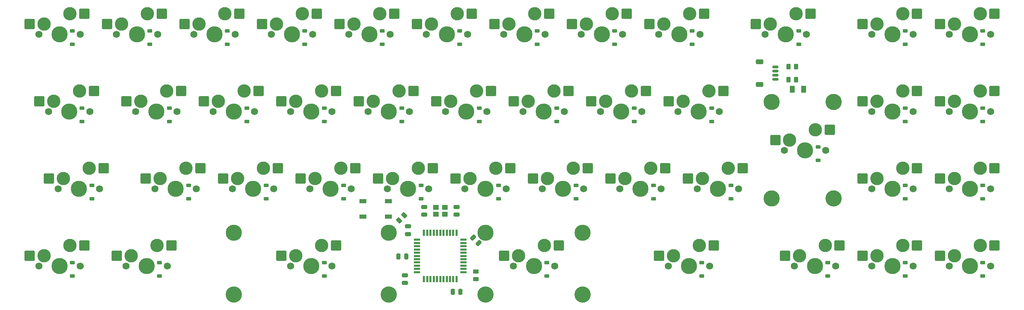
<source format=gbr>
%TF.GenerationSoftware,KiCad,Pcbnew,7.0.6*%
%TF.CreationDate,2023-07-09T11:59:42+02:00*%
%TF.ProjectId,cursed-scandinavian-iso-van,63757273-6564-42d7-9363-616e64696e61,rev?*%
%TF.SameCoordinates,Original*%
%TF.FileFunction,Soldermask,Bot*%
%TF.FilePolarity,Negative*%
%FSLAX46Y46*%
G04 Gerber Fmt 4.6, Leading zero omitted, Abs format (unit mm)*
G04 Created by KiCad (PCBNEW 7.0.6) date 2023-07-09 11:59:42*
%MOMM*%
%LPD*%
G01*
G04 APERTURE LIST*
G04 Aperture macros list*
%AMRoundRect*
0 Rectangle with rounded corners*
0 $1 Rounding radius*
0 $2 $3 $4 $5 $6 $7 $8 $9 X,Y pos of 4 corners*
0 Add a 4 corners polygon primitive as box body*
4,1,4,$2,$3,$4,$5,$6,$7,$8,$9,$2,$3,0*
0 Add four circle primitives for the rounded corners*
1,1,$1+$1,$2,$3*
1,1,$1+$1,$4,$5*
1,1,$1+$1,$6,$7*
1,1,$1+$1,$8,$9*
0 Add four rect primitives between the rounded corners*
20,1,$1+$1,$2,$3,$4,$5,0*
20,1,$1+$1,$4,$5,$6,$7,0*
20,1,$1+$1,$6,$7,$8,$9,0*
20,1,$1+$1,$8,$9,$2,$3,0*%
G04 Aperture macros list end*
%ADD10C,3.987800*%
%ADD11C,4.000000*%
%ADD12C,1.750000*%
%ADD13C,3.300000*%
%ADD14RoundRect,0.250000X1.025000X1.000000X-1.025000X1.000000X-1.025000X-1.000000X1.025000X-1.000000X0*%
%ADD15R,1.400000X1.200000*%
%ADD16R,1.500000X0.550000*%
%ADD17R,0.550000X1.500000*%
%ADD18R,1.700000X1.000000*%
%ADD19RoundRect,0.250000X-0.450000X0.262500X-0.450000X-0.262500X0.450000X-0.262500X0.450000X0.262500X0*%
%ADD20RoundRect,0.250000X-0.262500X-0.450000X0.262500X-0.450000X0.262500X0.450000X-0.262500X0.450000X0*%
%ADD21RoundRect,0.250000X0.132583X-0.503814X0.503814X-0.132583X-0.132583X0.503814X-0.503814X0.132583X0*%
%ADD22RoundRect,0.150000X0.625000X-0.150000X0.625000X0.150000X-0.625000X0.150000X-0.625000X-0.150000X0*%
%ADD23RoundRect,0.250000X0.650000X-0.350000X0.650000X0.350000X-0.650000X0.350000X-0.650000X-0.350000X0*%
%ADD24RoundRect,0.250000X-0.375000X-0.625000X0.375000X-0.625000X0.375000X0.625000X-0.375000X0.625000X0*%
%ADD25RoundRect,0.225000X0.375000X-0.225000X0.375000X0.225000X-0.375000X0.225000X-0.375000X-0.225000X0*%
%ADD26RoundRect,0.250000X-0.475000X0.250000X-0.475000X-0.250000X0.475000X-0.250000X0.475000X0.250000X0*%
%ADD27RoundRect,0.250000X0.250000X0.475000X-0.250000X0.475000X-0.250000X-0.475000X0.250000X-0.475000X0*%
%ADD28RoundRect,0.250000X0.475000X-0.250000X0.475000X0.250000X-0.475000X0.250000X-0.475000X-0.250000X0*%
%ADD29RoundRect,0.250000X0.512652X0.159099X0.159099X0.512652X-0.512652X-0.159099X-0.159099X-0.512652X0*%
G04 APERTURE END LIST*
D10*
%TO.C,S3*%
X208438750Y-50006250D03*
X208438750Y-73818750D03*
D11*
X223678750Y-50006250D03*
X223678750Y-73818750D03*
%TD*%
D12*
%TO.C,MX37*%
X59848750Y-90487500D03*
D10*
X54768750Y-90487500D03*
D12*
X49688750Y-90487500D03*
D13*
X50958750Y-87947500D03*
D14*
X47408750Y-87947500D03*
X60858750Y-85407500D03*
D13*
X57308750Y-85407500D03*
%TD*%
D12*
%TO.C,MX40*%
X193198750Y-90487500D03*
D10*
X188118750Y-90487500D03*
D12*
X183038750Y-90487500D03*
D13*
X184308750Y-87947500D03*
D14*
X180758750Y-87947500D03*
X194208750Y-85407500D03*
D13*
X190658750Y-85407500D03*
%TD*%
D10*
%TO.C,S2*%
X138112500Y-82232500D03*
D11*
X161925000Y-97472500D03*
D10*
X161925000Y-82232500D03*
D11*
X138112500Y-97472500D03*
%TD*%
D10*
%TO.C,S1*%
X76200000Y-82232500D03*
D11*
X76200000Y-97472500D03*
D10*
X114300000Y-82232500D03*
D11*
X114300000Y-97472500D03*
%TD*%
D15*
%TO.C,Y1*%
X128100000Y-77687501D03*
X125900000Y-77687501D03*
X125900000Y-75987501D03*
X128100000Y-75987501D03*
%TD*%
D16*
%TO.C,U1*%
X121268750Y-91962500D03*
X121268750Y-91162500D03*
X121268750Y-90362500D03*
X121268750Y-89562500D03*
X121268750Y-88762500D03*
X121268750Y-87962500D03*
X121268750Y-87162500D03*
X121268750Y-86362500D03*
X121268750Y-85562500D03*
X121268750Y-84762500D03*
X121268750Y-83962500D03*
D17*
X122968750Y-82262500D03*
X123768750Y-82262500D03*
X124568750Y-82262500D03*
X125368750Y-82262500D03*
X126168750Y-82262500D03*
X126968750Y-82262500D03*
X127768750Y-82262500D03*
X128568750Y-82262500D03*
X129368750Y-82262500D03*
X130168750Y-82262500D03*
X130968750Y-82262500D03*
D16*
X132668750Y-83962500D03*
X132668750Y-84762500D03*
X132668750Y-85562500D03*
X132668750Y-86362500D03*
X132668750Y-87162500D03*
X132668750Y-87962500D03*
X132668750Y-88762500D03*
X132668750Y-89562500D03*
X132668750Y-90362500D03*
X132668750Y-91162500D03*
X132668750Y-91962500D03*
D17*
X130968750Y-93662500D03*
X130168750Y-93662500D03*
X129368750Y-93662500D03*
X128568750Y-93662500D03*
X127768750Y-93662500D03*
X126968750Y-93662500D03*
X126168750Y-93662500D03*
X125368750Y-93662500D03*
X124568750Y-93662500D03*
X123768750Y-93662500D03*
X122968750Y-93662500D03*
%TD*%
D18*
%TO.C,SW1*%
X114249999Y-74493749D03*
X107949999Y-74493749D03*
X107949999Y-78293749D03*
X114249999Y-78293749D03*
%TD*%
D19*
%TO.C,R4*%
X135731250Y-91837500D03*
X135731250Y-93662500D03*
%TD*%
D20*
%TO.C,R3*%
X212606250Y-44450000D03*
X214431250Y-44450000D03*
%TD*%
%TO.C,R2*%
X212606250Y-41275000D03*
X214431250Y-41275000D03*
%TD*%
D21*
%TO.C,R1*%
X116829765Y-79226485D03*
X118120235Y-77936015D03*
%TD*%
D12*
%TO.C,MX43*%
X262255000Y-90487500D03*
D10*
X257175000Y-90487500D03*
D12*
X252095000Y-90487500D03*
D13*
X253365000Y-87947500D03*
D14*
X249815000Y-87947500D03*
X263265000Y-85407500D03*
D13*
X259715000Y-85407500D03*
%TD*%
D12*
%TO.C,MX42*%
X243205000Y-90487500D03*
D10*
X238125000Y-90487500D03*
D12*
X233045000Y-90487500D03*
D13*
X234315000Y-87947500D03*
D14*
X230765000Y-87947500D03*
X244215000Y-85407500D03*
D13*
X240665000Y-85407500D03*
%TD*%
D12*
%TO.C,MX41*%
X224155000Y-90487500D03*
D10*
X219075000Y-90487500D03*
D12*
X213995000Y-90487500D03*
D13*
X215265000Y-87947500D03*
D14*
X211715000Y-87947500D03*
X225165000Y-85407500D03*
D13*
X221615000Y-85407500D03*
%TD*%
D12*
%TO.C,MX39*%
X155098750Y-90487500D03*
D10*
X150018750Y-90487500D03*
D12*
X144938750Y-90487500D03*
D13*
X146208750Y-87947500D03*
D14*
X142658750Y-87947500D03*
X156108750Y-85407500D03*
D13*
X152558750Y-85407500D03*
%TD*%
D12*
%TO.C,MX38*%
X100330000Y-90487500D03*
D10*
X95250000Y-90487500D03*
D12*
X90170000Y-90487500D03*
D13*
X91440000Y-87947500D03*
D14*
X87890000Y-87947500D03*
X101340000Y-85407500D03*
D13*
X97790000Y-85407500D03*
%TD*%
D12*
%TO.C,MX36*%
X38417500Y-90487500D03*
D10*
X33337500Y-90487500D03*
D12*
X28257500Y-90487500D03*
D13*
X29527500Y-87947500D03*
D14*
X25977500Y-87947500D03*
X39427500Y-85407500D03*
D13*
X35877500Y-85407500D03*
%TD*%
D12*
%TO.C,MX35*%
X262255000Y-71437500D03*
D10*
X257175000Y-71437500D03*
D12*
X252095000Y-71437500D03*
D13*
X253365000Y-68897500D03*
D14*
X249815000Y-68897500D03*
X263265000Y-66357500D03*
D13*
X259715000Y-66357500D03*
%TD*%
D12*
%TO.C,MX34*%
X243205000Y-71437500D03*
D10*
X238125000Y-71437500D03*
D12*
X233045000Y-71437500D03*
D13*
X234315000Y-68897500D03*
D14*
X230765000Y-68897500D03*
X244215000Y-66357500D03*
D13*
X240665000Y-66357500D03*
%TD*%
D12*
%TO.C,MX33*%
X200342500Y-71437500D03*
D10*
X195262500Y-71437500D03*
D12*
X190182500Y-71437500D03*
D13*
X191452500Y-68897500D03*
D14*
X187902500Y-68897500D03*
X201352500Y-66357500D03*
D13*
X197802500Y-66357500D03*
%TD*%
D12*
%TO.C,MX32*%
X181292500Y-71437500D03*
D10*
X176212500Y-71437500D03*
D12*
X171132500Y-71437500D03*
D13*
X172402500Y-68897500D03*
D14*
X168852500Y-68897500D03*
X182302500Y-66357500D03*
D13*
X178752500Y-66357500D03*
%TD*%
D12*
%TO.C,MX31*%
X162242500Y-71437500D03*
D10*
X157162500Y-71437500D03*
D12*
X152082500Y-71437500D03*
D13*
X153352500Y-68897500D03*
D14*
X149802500Y-68897500D03*
X163252500Y-66357500D03*
D13*
X159702500Y-66357500D03*
%TD*%
D12*
%TO.C,MX30*%
X143192500Y-71437500D03*
D10*
X138112500Y-71437500D03*
D12*
X133032500Y-71437500D03*
D13*
X134302500Y-68897500D03*
D14*
X130752500Y-68897500D03*
X144202500Y-66357500D03*
D13*
X140652500Y-66357500D03*
%TD*%
D12*
%TO.C,MX29*%
X124142500Y-71437500D03*
D10*
X119062500Y-71437500D03*
D12*
X113982500Y-71437500D03*
D13*
X115252500Y-68897500D03*
D14*
X111702500Y-68897500D03*
X125152500Y-66357500D03*
D13*
X121602500Y-66357500D03*
%TD*%
D12*
%TO.C,MX28*%
X105092500Y-71437500D03*
D10*
X100012500Y-71437500D03*
D12*
X94932500Y-71437500D03*
D13*
X96202500Y-68897500D03*
D14*
X92652500Y-68897500D03*
X106102500Y-66357500D03*
D13*
X102552500Y-66357500D03*
%TD*%
D12*
%TO.C,MX27*%
X86042500Y-71437500D03*
D10*
X80962500Y-71437500D03*
D12*
X75882500Y-71437500D03*
D13*
X77152500Y-68897500D03*
D14*
X73602500Y-68897500D03*
X87052500Y-66357500D03*
D13*
X83502500Y-66357500D03*
%TD*%
D12*
%TO.C,MX26*%
X66992500Y-71437500D03*
D10*
X61912500Y-71437500D03*
D12*
X56832500Y-71437500D03*
D13*
X58102500Y-68897500D03*
D14*
X54552500Y-68897500D03*
X68002500Y-66357500D03*
D13*
X64452500Y-66357500D03*
%TD*%
D12*
%TO.C,MX25*%
X43180000Y-71437500D03*
D10*
X38100000Y-71437500D03*
D12*
X33020000Y-71437500D03*
D13*
X34290000Y-68897500D03*
D14*
X30740000Y-68897500D03*
X44190000Y-66357500D03*
D13*
X40640000Y-66357500D03*
%TD*%
D12*
%TO.C,MX24*%
X262255000Y-52387500D03*
D10*
X257175000Y-52387500D03*
D12*
X252095000Y-52387500D03*
D13*
X253365000Y-49847500D03*
D14*
X249815000Y-49847500D03*
X263265000Y-47307500D03*
D13*
X259715000Y-47307500D03*
%TD*%
D12*
%TO.C,MX23*%
X243205000Y-52387500D03*
D10*
X238125000Y-52387500D03*
D12*
X233045000Y-52387500D03*
D13*
X234315000Y-49847500D03*
D14*
X230765000Y-49847500D03*
X244215000Y-47307500D03*
D13*
X240665000Y-47307500D03*
%TD*%
D12*
%TO.C,MX22*%
X221773750Y-61912500D03*
D10*
X216693750Y-61912500D03*
D12*
X211613750Y-61912500D03*
D13*
X212883750Y-59372500D03*
D14*
X209333750Y-59372500D03*
X222783750Y-56832500D03*
D13*
X219233750Y-56832500D03*
%TD*%
D12*
%TO.C,MX21*%
X195580000Y-52387500D03*
D10*
X190500000Y-52387500D03*
D12*
X185420000Y-52387500D03*
D13*
X186690000Y-49847500D03*
D14*
X183140000Y-49847500D03*
X196590000Y-47307500D03*
D13*
X193040000Y-47307500D03*
%TD*%
D12*
%TO.C,MX20*%
X176530000Y-52387500D03*
D10*
X171450000Y-52387500D03*
D12*
X166370000Y-52387500D03*
D13*
X167640000Y-49847500D03*
D14*
X164090000Y-49847500D03*
X177540000Y-47307500D03*
D13*
X173990000Y-47307500D03*
%TD*%
D12*
%TO.C,MX19*%
X157480000Y-52387500D03*
D10*
X152400000Y-52387500D03*
D12*
X147320000Y-52387500D03*
D13*
X148590000Y-49847500D03*
D14*
X145040000Y-49847500D03*
X158490000Y-47307500D03*
D13*
X154940000Y-47307500D03*
%TD*%
D12*
%TO.C,MX18*%
X138430000Y-52387500D03*
D10*
X133350000Y-52387500D03*
D12*
X128270000Y-52387500D03*
D13*
X129540000Y-49847500D03*
D14*
X125990000Y-49847500D03*
X139440000Y-47307500D03*
D13*
X135890000Y-47307500D03*
%TD*%
D12*
%TO.C,MX17*%
X119380000Y-52387500D03*
D10*
X114300000Y-52387500D03*
D12*
X109220000Y-52387500D03*
D13*
X110490000Y-49847500D03*
D14*
X106940000Y-49847500D03*
X120390000Y-47307500D03*
D13*
X116840000Y-47307500D03*
%TD*%
D12*
%TO.C,MX16*%
X100330000Y-52387500D03*
D10*
X95250000Y-52387500D03*
D12*
X90170000Y-52387500D03*
D13*
X91440000Y-49847500D03*
D14*
X87890000Y-49847500D03*
X101340000Y-47307500D03*
D13*
X97790000Y-47307500D03*
%TD*%
D12*
%TO.C,MX15*%
X81280000Y-52387500D03*
D10*
X76200000Y-52387500D03*
D12*
X71120000Y-52387500D03*
D13*
X72390000Y-49847500D03*
D14*
X68840000Y-49847500D03*
X82290000Y-47307500D03*
D13*
X78740000Y-47307500D03*
%TD*%
D12*
%TO.C,MX14*%
X62230000Y-52387500D03*
D10*
X57150000Y-52387500D03*
D12*
X52070000Y-52387500D03*
D13*
X53340000Y-49847500D03*
D14*
X49790000Y-49847500D03*
X63240000Y-47307500D03*
D13*
X59690000Y-47307500D03*
%TD*%
D12*
%TO.C,MX13*%
X40798750Y-52387500D03*
D10*
X35718750Y-52387500D03*
D12*
X30638750Y-52387500D03*
D13*
X31908750Y-49847500D03*
D14*
X28358750Y-49847500D03*
X41808750Y-47307500D03*
D13*
X38258750Y-47307500D03*
%TD*%
D12*
%TO.C,MX12*%
X262255000Y-33337500D03*
D10*
X257175000Y-33337500D03*
D12*
X252095000Y-33337500D03*
D13*
X253365000Y-30797500D03*
D14*
X249815000Y-30797500D03*
X263265000Y-28257500D03*
D13*
X259715000Y-28257500D03*
%TD*%
D12*
%TO.C,MX11*%
X243205000Y-33337500D03*
D10*
X238125000Y-33337500D03*
D12*
X233045000Y-33337500D03*
D13*
X234315000Y-30797500D03*
D14*
X230765000Y-30797500D03*
X244215000Y-28257500D03*
D13*
X240665000Y-28257500D03*
%TD*%
D12*
%TO.C,MX10*%
X217011250Y-33337500D03*
D10*
X211931250Y-33337500D03*
D12*
X206851250Y-33337500D03*
D13*
X208121250Y-30797500D03*
D14*
X204571250Y-30797500D03*
X218021250Y-28257500D03*
D13*
X214471250Y-28257500D03*
%TD*%
D12*
%TO.C,MX9*%
X190817500Y-33337500D03*
D10*
X185737500Y-33337500D03*
D12*
X180657500Y-33337500D03*
D13*
X181927500Y-30797500D03*
D14*
X178377500Y-30797500D03*
X191827500Y-28257500D03*
D13*
X188277500Y-28257500D03*
%TD*%
D12*
%TO.C,MX8*%
X171767500Y-33337500D03*
D10*
X166687500Y-33337500D03*
D12*
X161607500Y-33337500D03*
D13*
X162877500Y-30797500D03*
D14*
X159327500Y-30797500D03*
X172777500Y-28257500D03*
D13*
X169227500Y-28257500D03*
%TD*%
D12*
%TO.C,MX7*%
X152717500Y-33337500D03*
D10*
X147637500Y-33337500D03*
D12*
X142557500Y-33337500D03*
D13*
X143827500Y-30797500D03*
D14*
X140277500Y-30797500D03*
X153727500Y-28257500D03*
D13*
X150177500Y-28257500D03*
%TD*%
D12*
%TO.C,MX6*%
X133667500Y-33337500D03*
D10*
X128587500Y-33337500D03*
D12*
X123507500Y-33337500D03*
D13*
X124777500Y-30797500D03*
D14*
X121227500Y-30797500D03*
X134677500Y-28257500D03*
D13*
X131127500Y-28257500D03*
%TD*%
D12*
%TO.C,MX5*%
X114617500Y-33337500D03*
D10*
X109537500Y-33337500D03*
D12*
X104457500Y-33337500D03*
D13*
X105727500Y-30797500D03*
D14*
X102177500Y-30797500D03*
X115627500Y-28257500D03*
D13*
X112077500Y-28257500D03*
%TD*%
D12*
%TO.C,MX4*%
X95567500Y-33337500D03*
D10*
X90487500Y-33337500D03*
D12*
X85407500Y-33337500D03*
D13*
X86677500Y-30797500D03*
D14*
X83127500Y-30797500D03*
X96577500Y-28257500D03*
D13*
X93027500Y-28257500D03*
%TD*%
D12*
%TO.C,MX3*%
X76517500Y-33337500D03*
D10*
X71437500Y-33337500D03*
D12*
X66357500Y-33337500D03*
D13*
X67627500Y-30797500D03*
D14*
X64077500Y-30797500D03*
X77527500Y-28257500D03*
D13*
X73977500Y-28257500D03*
%TD*%
D12*
%TO.C,MX2*%
X57467500Y-33337500D03*
D10*
X52387500Y-33337500D03*
D12*
X47307500Y-33337500D03*
D13*
X48577500Y-30797500D03*
D14*
X45027500Y-30797500D03*
X58477500Y-28257500D03*
D13*
X54927500Y-28257500D03*
%TD*%
D12*
%TO.C,MX1*%
X38417500Y-33337500D03*
D10*
X33337500Y-33337500D03*
D12*
X28257500Y-33337500D03*
D13*
X29527500Y-30797500D03*
D14*
X25977500Y-30797500D03*
X39427500Y-28257500D03*
D13*
X35877500Y-28257500D03*
%TD*%
D22*
%TO.C,J1*%
X209356250Y-44362500D03*
X209356250Y-43362500D03*
X209356250Y-42362500D03*
X209356250Y-41362500D03*
D23*
X205481250Y-40062500D03*
X205481250Y-45662500D03*
%TD*%
D24*
%TO.C,F1*%
X213518750Y-46831250D03*
X216318750Y-46831250D03*
%TD*%
D25*
%TO.C,D43*%
X260350000Y-92931250D03*
X260350000Y-89631250D03*
%TD*%
%TO.C,D42*%
X241300000Y-92931250D03*
X241300000Y-89631250D03*
%TD*%
%TO.C,D41*%
X222250000Y-92931250D03*
X222250000Y-89631250D03*
%TD*%
%TO.C,D40*%
X191293750Y-92931250D03*
X191293750Y-89631250D03*
%TD*%
%TO.C,D39*%
X153193750Y-92931250D03*
X153193750Y-89631250D03*
%TD*%
%TO.C,D38*%
X98425000Y-92931250D03*
X98425000Y-89631250D03*
%TD*%
%TO.C,D37*%
X57943750Y-92931250D03*
X57943750Y-89631250D03*
%TD*%
%TO.C,D36*%
X36512500Y-92931250D03*
X36512500Y-89631250D03*
%TD*%
%TO.C,D35*%
X260350000Y-73881250D03*
X260350000Y-70581250D03*
%TD*%
%TO.C,D34*%
X241300000Y-73881250D03*
X241300000Y-70581250D03*
%TD*%
%TO.C,D33*%
X198437500Y-73881250D03*
X198437500Y-70581250D03*
%TD*%
%TO.C,D32*%
X179387500Y-73881250D03*
X179387500Y-70581250D03*
%TD*%
%TO.C,D31*%
X160337500Y-73881250D03*
X160337500Y-70581250D03*
%TD*%
%TO.C,D30*%
X141287500Y-73881250D03*
X141287500Y-70581250D03*
%TD*%
%TO.C,D29*%
X122237500Y-73881250D03*
X122237500Y-70581250D03*
%TD*%
%TO.C,D28*%
X103187500Y-73881250D03*
X103187500Y-70581250D03*
%TD*%
%TO.C,D27*%
X84137500Y-73881250D03*
X84137500Y-70581250D03*
%TD*%
%TO.C,D26*%
X65087500Y-73881250D03*
X65087500Y-70581250D03*
%TD*%
%TO.C,D25*%
X41275000Y-73881250D03*
X41275000Y-70581250D03*
%TD*%
%TO.C,D24*%
X260350000Y-54831250D03*
X260350000Y-51531250D03*
%TD*%
%TO.C,D23*%
X241300000Y-54831250D03*
X241300000Y-51531250D03*
%TD*%
%TO.C,D22*%
X219868750Y-64356250D03*
X219868750Y-61056250D03*
%TD*%
%TO.C,D21*%
X193675000Y-54831250D03*
X193675000Y-51531250D03*
%TD*%
%TO.C,D20*%
X174625000Y-54831250D03*
X174625000Y-51531250D03*
%TD*%
%TO.C,D19*%
X155575000Y-54831250D03*
X155575000Y-51531250D03*
%TD*%
%TO.C,D18*%
X136525000Y-54831250D03*
X136525000Y-51531250D03*
%TD*%
%TO.C,D17*%
X117475000Y-54831250D03*
X117475000Y-51531250D03*
%TD*%
%TO.C,D16*%
X98425000Y-54831250D03*
X98425000Y-51531250D03*
%TD*%
%TO.C,D15*%
X79375000Y-54831250D03*
X79375000Y-51531250D03*
%TD*%
%TO.C,D14*%
X60325000Y-54831250D03*
X60325000Y-51531250D03*
%TD*%
%TO.C,D13*%
X38893750Y-54831250D03*
X38893750Y-51531250D03*
%TD*%
%TO.C,D12*%
X260350000Y-35781250D03*
X260350000Y-32481250D03*
%TD*%
%TO.C,D11*%
X241300000Y-35781250D03*
X241300000Y-32481250D03*
%TD*%
%TO.C,D10*%
X215106250Y-35781250D03*
X215106250Y-32481250D03*
%TD*%
%TO.C,D9*%
X188912500Y-35781250D03*
X188912500Y-32481250D03*
%TD*%
%TO.C,D8*%
X169862500Y-35781250D03*
X169862500Y-32481250D03*
%TD*%
%TO.C,D7*%
X150812500Y-35781250D03*
X150812500Y-32481250D03*
%TD*%
%TO.C,D6*%
X131762500Y-35781250D03*
X131762500Y-32481250D03*
%TD*%
%TO.C,D5*%
X112712500Y-35781250D03*
X112712500Y-32481250D03*
%TD*%
%TO.C,D4*%
X93662500Y-35781250D03*
X93662500Y-32481250D03*
%TD*%
%TO.C,D3*%
X74612500Y-35781250D03*
X74612500Y-32481250D03*
%TD*%
%TO.C,D2*%
X55562500Y-35781250D03*
X55562500Y-32481250D03*
%TD*%
%TO.C,D1*%
X36512500Y-35781250D03*
X36512500Y-32481250D03*
%TD*%
D26*
%TO.C,C7*%
X118268750Y-92712500D03*
X118268750Y-94612500D03*
%TD*%
D27*
%TO.C,C6*%
X131918750Y-96837500D03*
X130018750Y-96837500D03*
%TD*%
D28*
%TO.C,C5*%
X119062500Y-82550001D03*
X119062500Y-80650001D03*
%TD*%
D29*
%TO.C,C4*%
X136403001Y-84809251D03*
X135059499Y-83465749D03*
%TD*%
D28*
%TO.C,C3*%
X123031250Y-77787501D03*
X123031250Y-75887501D03*
%TD*%
D26*
%TO.C,C2*%
X130968750Y-75887501D03*
X130968750Y-77787501D03*
%TD*%
D27*
%TO.C,C1*%
X118581249Y-88106250D03*
X116681249Y-88106250D03*
%TD*%
M02*

</source>
